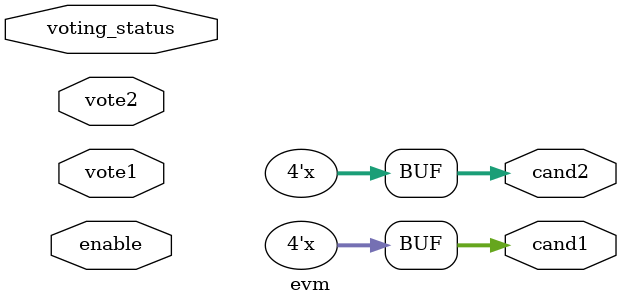
<source format=v>
`timescale 1ns / 1ps
module evm(vote1,vote2,enable,cand1,cand2,voting_status);
parameter n = 4;
input vote1,vote2,enable,voting_status;
output reg [n-1:0] cand1, cand2;
wire enable;
initial
 begin
   cand1 = 0;
   cand2 = 0;
 end
always @(*)
begin
 if(enable)
  begin
   $display("Please press the button to caste your vote");
   if(vote1)
     begin
       $display("You have voted");
       cand1 = cand1 + 1;
     end
   
   else if(vote2)
     begin
       $display("You have voted");
       cand2 = cand2 + 1;
     end
   else
      $display("Please vote properly");
 end
 else
   begin
     $display("Permission denied");
   end
end
always @(*)
 begin
  if(voting_status)
   $display("Voting still on");
  else
    begin
      $display("Votes for first candidate %d" , cand1);
      $display("Votes for second candidate %d" , cand2);
    end
end     
endmodule

</source>
